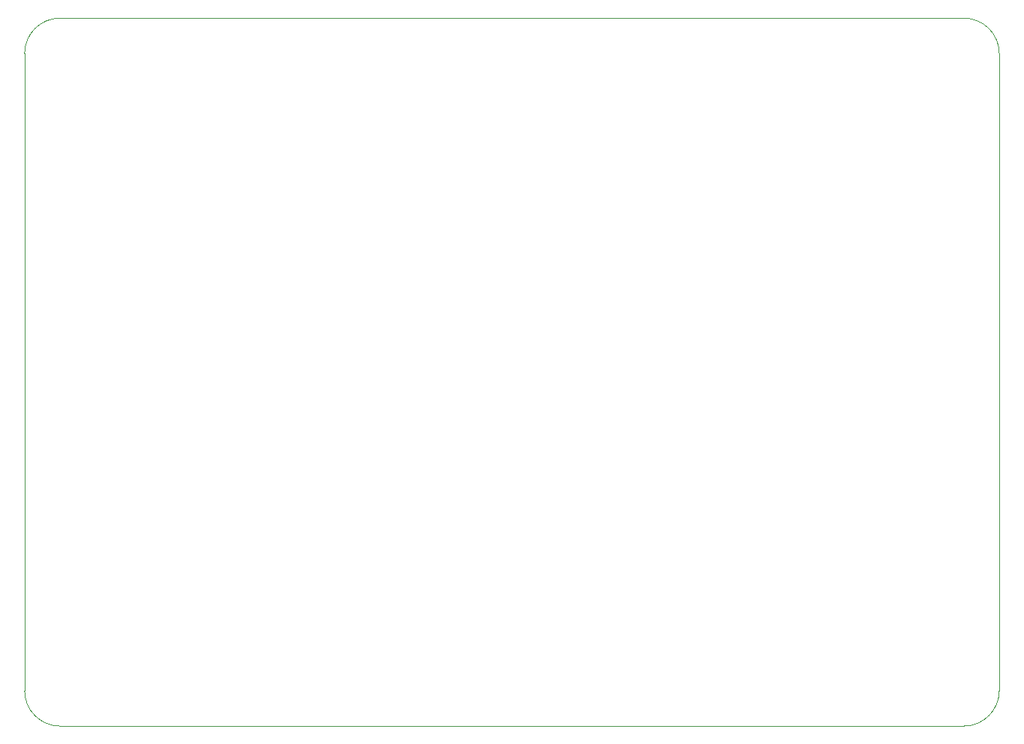
<source format=gbr>
%TF.GenerationSoftware,KiCad,Pcbnew,(5.1.10)-1*%
%TF.CreationDate,2021-08-30T20:13:54+03:00*%
%TF.ProjectId,STM32_Edge_Computing_Device,53544d33-325f-4456-9467-655f436f6d70,1.0*%
%TF.SameCoordinates,Original*%
%TF.FileFunction,Profile,NP*%
%FSLAX46Y46*%
G04 Gerber Fmt 4.6, Leading zero omitted, Abs format (unit mm)*
G04 Created by KiCad (PCBNEW (5.1.10)-1) date 2021-08-30 20:13:54*
%MOMM*%
%LPD*%
G01*
G04 APERTURE LIST*
%TA.AperFunction,Profile*%
%ADD10C,0.050000*%
%TD*%
G04 APERTURE END LIST*
D10*
X70700000Y-131800000D02*
G75*
G02*
X66700000Y-127800000I0J4000000D01*
G01*
X176700000Y-127800000D02*
G75*
G02*
X172700000Y-131800000I-4000000J0D01*
G01*
X172700000Y-51800000D02*
G75*
G02*
X176700000Y-55800000I0J-4000000D01*
G01*
X66700000Y-55800000D02*
G75*
G02*
X70700000Y-51800000I4000000J0D01*
G01*
X172700000Y-131800000D02*
X70700000Y-131800000D01*
X176700000Y-55800000D02*
X176700000Y-127800000D01*
X70700000Y-51800000D02*
X172700000Y-51800000D01*
X66700000Y-55800000D02*
X66700000Y-127800000D01*
M02*

</source>
